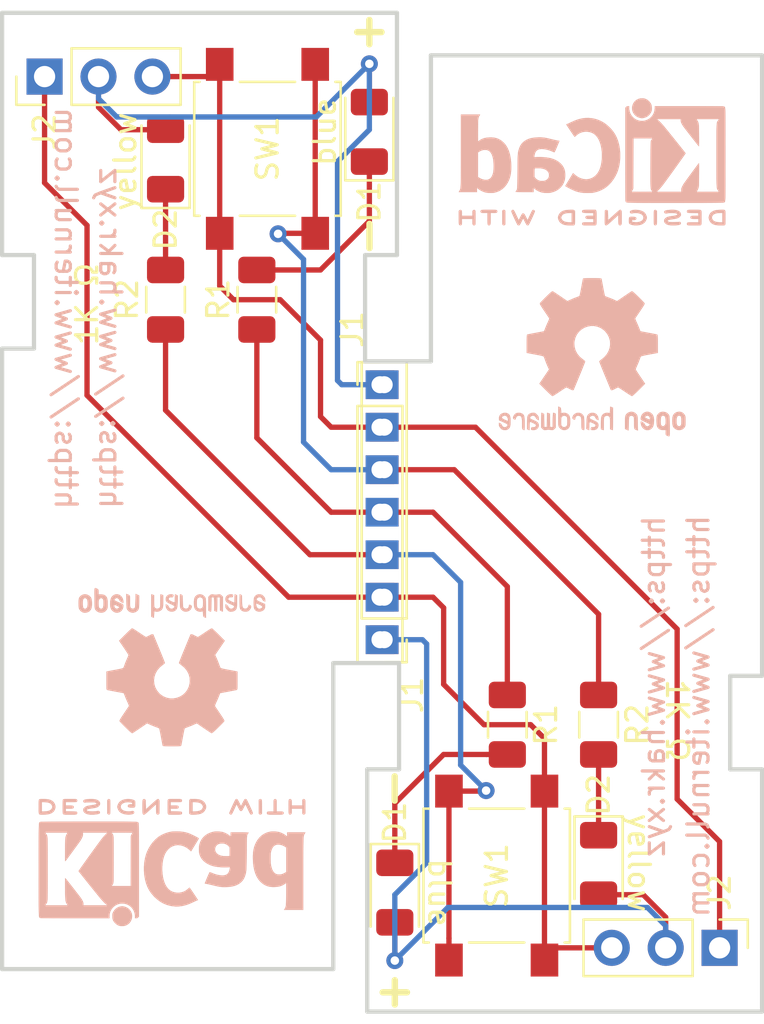
<source format=kicad_pcb>
(kicad_pcb (version 20171130) (host pcbnew "(5.0.1)-4")
  (layers (0 F.Cu signal) (31 B.Cu signal) (34 B.Paste user) (35 F.Paste user) (36 B.SilkS user) (37 F.SilkS user) (38 B.Mask user) (39 F.Mask user) (44 Edge.Cuts user))
  (net 0 "")
  (net 1 "Net-(D1-Pad1)")
  (net 2 VCC)
  (net 3 "Net-(D2-Pad1)")
  (net 4 GND)
  (net 5 "Net-(J1-Pad3)")
  (net 6 "Net-(J1-Pad4)")
  (net 7 "Net-(J1-Pad5)")
  (net 8 "Net-(J1-Pad6)")
  (net 9 "Net-(J1-Pad7)")
  (module Connector_PinHeader_2.00mm:PinHeader_1x07_P2.00mm_Vertical (layer F.Cu) (at 144 99.5 180)
    (fp_text reference J1 (at -1.3 -2.6 270) (layer F.SilkS))
    (fp_text value Conn_01x07)
    (pad 7 thru_hole rect (at 0 12 180) (size 1.35 1.35) (drill 0.8) (layers *.Cu *.Mask))
    (pad 6 thru_hole rect (at 0 10 180) (size 1.35 1.35) (drill 0.8) (layers *.Cu *.Mask))
    (pad 5 thru_hole rect (at 0 8 180) (size 1.35 1.35) (drill 0.8) (layers *.Cu *.Mask))
    (pad 4 thru_hole rect (at 0 6 180) (size 1.35 1.35) (drill 0.8) (layers *.Cu *.Mask))
    (pad 3 thru_hole rect (at 0 4 180) (size 1.35 1.35) (drill 0.8) (layers *.Cu *.Mask))
    (pad 2 thru_hole rect (at 0 2 180) (size 1.35 1.35) (drill 0.8) (layers *.Cu *.Mask))
    (pad 1 thru_hole rect (at 0 0 180) (size 1.35 1.35) (drill 0.8) (layers *.Cu *.Mask))
  )
  (module Resistor_SMD:R_1206_3216Metric (layer F.Cu) (at 154.1 103.5 270)
    (fp_text reference R2 (at 0 -1.82 270) (layer F.SilkS))
    (fp_text value 1K)
    (pad 1 smd roundrect (at -1.4 0 270) (size 1.25 1.75) (layers F.Cu F.Paste F.Mask) (roundrect_rratio 0.2))
    (pad 2 smd roundrect (at 1.4 0 270) (size 1.25 1.75) (layers F.Cu F.Paste F.Mask) (roundrect_rratio 0.2))
  )
  (module Symbol:OSHW-Logo2_9.8x8mm_SilkScreen (layer B.Cu) (at 153.8 86.2 180)
    (fp_text reference REF** hide)
    (fp_text value OSHW-Logo2_9.8x8mm_SilkScreen hide)
  )
  (module Button_Switch_SMD:SW_SPST_B3S-1000 (layer F.Cu) (at 149.3 110.6 270)
    (fp_text reference SW1 (at 0 0 270) (layer F.SilkS))
    (fp_text value SW_Push)
    (pad 2 smd rect (at 3.975 2.25 270) (size 1.55 1.3) (layers F.Cu F.Paste F.Mask))
    (pad 2 smd rect (at -3.975 2.25 270) (size 1.55 1.3) (layers F.Cu F.Paste F.Mask))
    (pad 1 smd rect (at 3.975 -2.25 270) (size 1.55 1.3) (layers F.Cu F.Paste F.Mask))
    (pad 1 smd rect (at -3.975 -2.25 270) (size 1.55 1.3) (layers F.Cu F.Paste F.Mask))
  )
  (module Symbol:KiCad-Logo2_6mm_SilkScreen (layer B.Cu) (at 153.8 77 180)
    (fp_text reference REF** hide)
    (fp_text value KiCad-Logo2_6mm_SilkScreen hide)
  )
  (module Resistor_SMD:R_1206_3216Metric (layer F.Cu) (at 149.8 103.5 270)
    (fp_text reference R1 (at 0 -1.82 270) (layer F.SilkS))
    (fp_text value 1K)
    (pad 2 smd roundrect (at 1.4 0 270) (size 1.25 1.75) (layers F.Cu F.Paste F.Mask) (roundrect_rratio 0.2))
    (pad 1 smd roundrect (at -1.4 0 270) (size 1.25 1.75) (layers F.Cu F.Paste F.Mask) (roundrect_rratio 0.2))
  )
  (module Connector_PinHeader_2.54mm:PinHeader_1x03_P2.54mm_Vertical (layer F.Cu) (at 159.8 114 270)
    (fp_text reference J2 (at -2.6 0 90) (layer F.SilkS))
    (fp_text value Conn_01x03)
    (pad 3 thru_hole oval (at 0 5.08 270) (size 1.7 1.7) (drill 1) (layers *.Cu *.Mask))
    (pad 2 thru_hole oval (at 0 2.54 270) (size 1.7 1.7) (drill 1) (layers *.Cu *.Mask))
    (pad 1 thru_hole rect (at 0 0 270) (size 1.7 1.7) (drill 1) (layers *.Cu *.Mask))
  )
  (module LED_SMD:LED_1206_3216Metric (layer F.Cu) (at 154.1 110.1 270)
    (fp_text reference D2 (at -3.3 0 270) (layer F.SilkS))
    (fp_text value LED_yellow)
    (pad 1 smd roundrect (at -1.4 0 270) (size 1.25 1.75) (layers F.Cu F.Paste F.Mask) (roundrect_rratio 0.2))
    (pad 2 smd roundrect (at 1.4 0 270) (size 1.25 1.75) (layers F.Cu F.Paste F.Mask) (roundrect_rratio 0.2))
  )
  (module LED_SMD:LED_1206_3216Metric (layer F.Cu) (at 144.5 111.4 270)
    (fp_text reference D1 (at -3.3 0 270) (layer F.SilkS))
    (fp_text value LED_blue)
    (pad 2 smd roundrect (at 1.4 0 270) (size 1.25 1.75) (layers F.Cu F.Paste F.Mask) (roundrect_rratio 0.2))
    (pad 1 smd roundrect (at -1.4 0 270) (size 1.25 1.75) (layers F.Cu F.Paste F.Mask) (roundrect_rratio 0.2))
  )
  (module Button_Switch_SMD:SW_SPST_B3S-1000 (layer F.Cu) (at 138.5 76.4 90)
    (fp_text reference SW1 (at 0 0 90) (layer F.SilkS))
    (fp_text value SW_Push)
    (pad 1 smd rect (at -3.975 -2.25 90) (size 1.55 1.3) (layers F.Cu F.Paste F.Mask) (net 4 GND))
    (pad 1 smd rect (at 3.975 -2.25 90) (size 1.55 1.3) (layers F.Cu F.Paste F.Mask) (net 4 GND))
    (pad 2 smd rect (at -3.975 2.25 90) (size 1.55 1.3) (layers F.Cu F.Paste F.Mask) (net 5 "Net-(J1-Pad3)"))
    (pad 2 smd rect (at 3.975 2.25 90) (size 1.55 1.3) (layers F.Cu F.Paste F.Mask) (net 5 "Net-(J1-Pad3)"))
  )
  (module LED_SMD:LED_1206_3216Metric (layer F.Cu) (at 143.3 75.6 90)
    (fp_text reference D1 (at -3.3 0 90) (layer F.SilkS))
    (fp_text value LED_blue)
    (pad 1 smd roundrect (at -1.4 0 90) (size 1.25 1.75) (layers F.Cu F.Paste F.Mask) (roundrect_rratio 0.2) (net 1 "Net-(D1-Pad1)"))
    (pad 2 smd roundrect (at 1.4 0 90) (size 1.25 1.75) (layers F.Cu F.Paste F.Mask) (roundrect_rratio 0.2) (net 2 VCC))
  )
  (module LED_SMD:LED_1206_3216Metric (layer F.Cu) (at 133.7 76.9 90)
    (fp_text reference D2 (at -3.3 0 90) (layer F.SilkS))
    (fp_text value LED_yellow)
    (pad 2 smd roundrect (at 1.4 0 90) (size 1.25 1.75) (layers F.Cu F.Paste F.Mask) (roundrect_rratio 0.2) (net 2 VCC))
    (pad 1 smd roundrect (at -1.4 0 90) (size 1.25 1.75) (layers F.Cu F.Paste F.Mask) (roundrect_rratio 0.2) (net 3 "Net-(D2-Pad1)"))
  )
  (module Connector_PinHeader_2.54mm:PinHeader_1x03_P2.54mm_Vertical (layer F.Cu) (at 128 73 90)
    (fp_text reference J2 (at -2.6 0 270) (layer F.SilkS))
    (fp_text value Conn_01x03)
    (pad 1 thru_hole rect (at 0 0 90) (size 1.7 1.7) (drill 1) (layers *.Cu *.Mask) (net 8 "Net-(J1-Pad6)"))
    (pad 2 thru_hole oval (at 0 2.54 90) (size 1.7 1.7) (drill 1) (layers *.Cu *.Mask) (net 2 VCC))
    (pad 3 thru_hole oval (at 0 5.08 90) (size 1.7 1.7) (drill 1) (layers *.Cu *.Mask) (net 4 GND))
  )
  (module Resistor_SMD:R_1206_3216Metric (layer F.Cu) (at 138 83.5 90)
    (fp_text reference R1 (at 0 -1.82 90) (layer F.SilkS))
    (fp_text value 1K)
    (pad 1 smd roundrect (at -1.4 0 90) (size 1.25 1.75) (layers F.Cu F.Paste F.Mask) (roundrect_rratio 0.2) (net 6 "Net-(J1-Pad4)"))
    (pad 2 smd roundrect (at 1.4 0 90) (size 1.25 1.75) (layers F.Cu F.Paste F.Mask) (roundrect_rratio 0.2) (net 1 "Net-(D1-Pad1)"))
  )
  (module Resistor_SMD:R_1206_3216Metric (layer F.Cu) (at 133.7 83.5 90)
    (fp_text reference R2 (at 0 -1.82 90) (layer F.SilkS))
    (fp_text value 1K)
    (pad 2 smd roundrect (at 1.4 0 90) (size 1.25 1.75) (layers F.Cu F.Paste F.Mask) (roundrect_rratio 0.2) (net 3 "Net-(D2-Pad1)"))
    (pad 1 smd roundrect (at -1.4 0 90) (size 1.25 1.75) (layers F.Cu F.Paste F.Mask) (roundrect_rratio 0.2) (net 7 "Net-(J1-Pad5)"))
  )
  (module Connector_PinHeader_2.00mm:PinHeader_1x07_P2.00mm_Vertical (layer F.Cu) (at 143.8 87.5)
    (fp_text reference J1 (at -1.3 -2.6 90) (layer F.SilkS))
    (fp_text value Conn_01x07)
    (pad 1 thru_hole rect (at 0 0) (size 1.35 1.35) (drill 0.8) (layers *.Cu *.Mask) (net 2 VCC))
    (pad 2 thru_hole rect (at 0 2) (size 1.35 1.35) (drill 0.8) (layers *.Cu *.Mask) (net 4 GND))
    (pad 3 thru_hole rect (at 0 4) (size 1.35 1.35) (drill 0.8) (layers *.Cu *.Mask) (net 5 "Net-(J1-Pad3)"))
    (pad 4 thru_hole rect (at 0 6) (size 1.35 1.35) (drill 0.8) (layers *.Cu *.Mask) (net 6 "Net-(J1-Pad4)"))
    (pad 5 thru_hole rect (at 0 8) (size 1.35 1.35) (drill 0.8) (layers *.Cu *.Mask) (net 7 "Net-(J1-Pad5)"))
    (pad 6 thru_hole rect (at 0 10) (size 1.35 1.35) (drill 0.8) (layers *.Cu *.Mask) (net 8 "Net-(J1-Pad6)"))
    (pad 7 thru_hole rect (at 0 12) (size 1.35 1.35) (drill 0.8) (layers *.Cu *.Mask) (net 9 "Net-(J1-Pad7)"))
  )
  (module Symbol:KiCad-Logo2_6mm_SilkScreen (layer B.Cu) (at 134 110)
    (fp_text reference REF** hide)
    (fp_text value KiCad-Logo2_6mm_SilkScreen hide)
  )
  (module Symbol:OSHW-Logo2_9.8x8mm_SilkScreen (layer B.Cu) (at 134 100.8)
    (fp_text reference REF** hide)
    (fp_text value OSHW-Logo2_9.8x8mm_SilkScreen hide)
  )
  (gr_line (start 143.1 86.4) (end 146.2 86.4) (layer Edge.Cuts) (width 0.2))
  (gr_line (start 141.6 100.6) (end 144.7 100.6) (layer Edge.Cuts) (width 0.2))
  (gr_line (start 144.7 105.6) (end 144.7 100.6) (layer Edge.Cuts) (width 0.2))
  (gr_line (start 161.8 101.2) (end 161.8 72) (layer Edge.Cuts) (width 0.2))
  (gr_line (start 161.8 72) (end 146.2 72) (layer Edge.Cuts) (width 0.2))
  (gr_line (start 160.3 101.2) (end 161.8 101.2) (layer Edge.Cuts) (width 0.2))
  (gr_line (start 160.3 105.6) (end 160.3 101.2) (layer Edge.Cuts) (width 0.2))
  (gr_line (start 143.2 105.6) (end 144.7 105.6) (layer Edge.Cuts) (width 0.2))
  (gr_line (start 161.8 117) (end 161.8 105.6) (layer Edge.Cuts) (width 0.2))
  (gr_line (start 161.8 105.6) (end 160.3 105.6) (layer Edge.Cuts) (width 0.2))
  (gr_line (start 161.8 117) (end 143.2 117) (layer Edge.Cuts) (width 0.2))
  (gr_line (start 143.2 117) (end 143.2 105.6) (layer Edge.Cuts) (width 0.2))
  (gr_text "1K Ω" (at 157.8 103.3 270) (layer F.SilkS) (effects (font (size 1 1))))
  (gr_text https://www.hakr.xyz (at 156.7 101.7 90) (layer B.SilkS) (effects (font (size 1 1)) (justify mirror)))
  (gr_text blue (at 146.6 111.4 270) (layer F.SilkS) (effects (font (size 1 1))))
  (gr_text https://www.iternull.com (at 158.8 103.1 90) (layer B.SilkS) (effects (font (size 1 1)) (justify mirror)))
  (gr_text - (at 144.6 106.5 270) (layer F.SilkS) (effects (font (size 1.5 1.5) (thickness 0.3))))
  (gr_text yellow (at 156 110 270) (layer F.SilkS) (effects (font (size 1 1))))
  (gr_text + (at 144.5 116.2 180) (layer F.SilkS) (effects (font (size 1.5 1.5) (thickness 0.3))))
  (gr_line (start 146.2 72) (end 146.2 86.4) (layer Edge.Cuts) (width 0.2))
  (gr_text yellow (at 131.8 77 90) (layer F.SilkS) (effects (font (size 1 1))))
  (gr_text blue (at 141.2 75.6 90) (layer F.SilkS) (effects (font (size 1 1))))
  (gr_text https://www.hakr.xyz (at 131.1 85.3 270) (layer B.SilkS) (effects (font (size 1 1)) (justify mirror)))
  (gr_text https://www.iternull.com (at 129 83.9 270) (layer B.SilkS) (effects (font (size 1 1)) (justify mirror)))
  (gr_text "1K Ω" (at 130 83.7 90) (layer F.SilkS) (effects (font (size 1 1))))
  (gr_text + (at 143.3 70.8) (layer F.SilkS) (effects (font (size 1.5 1.5) (thickness 0.3))))
  (gr_text - (at 143.2 80.5 90) (layer F.SilkS) (effects (font (size 1.5 1.5) (thickness 0.3))))
  (gr_line (start 141.6 115) (end 141.6 100.6) (layer Edge.Cuts) (width 0.2))
  (gr_line (start 126 115) (end 141.6 115) (layer Edge.Cuts) (width 0.2))
  (gr_line (start 127.5 85.8) (end 126 85.8) (layer Edge.Cuts) (width 0.2))
  (gr_line (start 127.5 81.4) (end 127.5 85.8) (layer Edge.Cuts) (width 0.2))
  (gr_line (start 126 81.4) (end 127.5 81.4) (layer Edge.Cuts) (width 0.2))
  (gr_line (start 126 85.8) (end 126 115) (layer Edge.Cuts) (width 0.2))
  (gr_line (start 126 70) (end 126 81.4) (layer Edge.Cuts) (width 0.2))
  (gr_line (start 143.1 81.4) (end 143.1 86.4) (layer Edge.Cuts) (width 0.2))
  (gr_line (start 144.6 81.4) (end 143.1 81.4) (layer Edge.Cuts) (width 0.2))
  (gr_line (start 144.6 70) (end 144.6 81.4) (layer Edge.Cuts) (width 0.2))
  (gr_line (start 126 70) (end 144.6 70) (layer Edge.Cuts) (width 0.2))
  (segment (start 144.5 107.2) (end 146.8 104.9) (width 0.25) (layer F.Cu) (net 0))
  (segment (start 146.8 104.9) (end 148.825 104.9) (width 0.25) (layer F.Cu) (net 0))
  (segment (start 144.5 110) (end 144.5 107.2) (width 0.25) (layer F.Cu) (net 0))
  (segment (start 148.825 104.9) (end 149.8 104.9) (width 0.25) (layer F.Cu) (net 0))
  (segment (start 145.8 99.5) (end 144.42501 99.5) (width 0.25) (layer B.Cu) (net 0))
  (segment (start 144.5 114.6) (end 144.5 112.8) (width 0.25) (layer F.Cu) (net 0))
  (segment (start 146 99.7) (end 146 110) (width 0.25) (layer B.Cu) (net 0))
  (segment (start 144.5 111.5) (end 144.5 114.6) (width 0.25) (layer B.Cu) (net 0))
  (segment (start 153.9 112.1) (end 153.9 112.1) (width 0.25) (layer F.Cu) (net 0))
  (segment (start 146 110) (end 144.5 111.5) (width 0.25) (layer B.Cu) (net 0))
  (segment (start 146 99.7) (end 145.8 99.5) (width 0.25) (layer B.Cu) (net 0))
  (segment (start 157.26 112.96) (end 157.26 114) (width 0.25) (layer B.Cu) (net 0))
  (segment (start 156.4 112.1) (end 157.26 112.96) (width 0.25) (layer B.Cu) (net 0))
  (segment (start 144.5 114.6) (end 147 112.1) (width 0.25) (layer B.Cu) (net 0))
  (segment (start 147 112.1) (end 156.4 112.1) (width 0.25) (layer B.Cu) (net 0))
  (via (at 144.5 114.6) (size 0.8) (drill 0.4) (layers F.Cu B.Cu) (net 0))
  (segment (start 157.26 114) (end 157.26 112.56) (width 0.25) (layer F.Cu) (net 0))
  (segment (start 157.26 112.56) (end 156.2 111.5) (width 0.25) (layer F.Cu) (net 0))
  (segment (start 156.2 111.5) (end 154.1 111.5) (width 0.25) (layer F.Cu) (net 0))
  (segment (start 154.1 108.7) (end 154.1 104.9) (width 0.25) (layer F.Cu) (net 0))
  (segment (start 150.9 103.5) (end 148.7 103.5) (width 0.25) (layer F.Cu) (net 0))
  (segment (start 152.125 114) (end 151.55 114.575) (width 0.25) (layer F.Cu) (net 0))
  (segment (start 146.8 98) (end 146.3 97.5) (width 0.25) (layer F.Cu) (net 0))
  (segment (start 148.7 103.5) (end 146.8 101.6) (width 0.25) (layer F.Cu) (net 0))
  (segment (start 151.7 114.8) (end 151.3 115.2) (width 0.25) (layer F.Cu) (net 0))
  (segment (start 151.55 114.575) (end 151.55 106.625) (width 0.25) (layer F.Cu) (net 0))
  (segment (start 146.8 101.6) (end 146.8 98) (width 0.25) (layer F.Cu) (net 0))
  (segment (start 146.3 97.5) (end 144.42501 97.5) (width 0.25) (layer F.Cu) (net 0))
  (segment (start 151.55 104.15) (end 150.9 103.5) (width 0.25) (layer F.Cu) (net 0))
  (segment (start 151.55 106.625) (end 151.55 104.15) (width 0.25) (layer F.Cu) (net 0))
  (segment (start 154.72 114) (end 152.125 114) (width 0.25) (layer F.Cu) (net 0))
  (via (at 148.8 106.6) (size 0.8) (drill 0.4) (layers F.Cu B.Cu) (net 0))
  (segment (start 146.3 95.5) (end 144.42501 95.5) (width 0.25) (layer B.Cu) (net 0))
  (segment (start 147.05 114.575) (end 147.05 113.55) (width 0.25) (layer F.Cu) (net 0))
  (segment (start 147.05 113.55) (end 147.05 106.625) (width 0.25) (layer F.Cu) (net 0))
  (segment (start 147.05 106.625) (end 148.775 106.625) (width 0.25) (layer F.Cu) (net 0))
  (segment (start 148.775 106.625) (end 148.8 106.6) (width 0.25) (layer F.Cu) (net 0))
  (segment (start 147.6 105.4) (end 147.6 96.8) (width 0.25) (layer B.Cu) (net 0))
  (segment (start 147.6 96.8) (end 146.3 95.5) (width 0.25) (layer B.Cu) (net 0))
  (segment (start 148.8 106.6) (end 147.6 105.4) (width 0.25) (layer B.Cu) (net 0))
  (segment (start 149.8 97) (end 146.3 93.5) (width 0.25) (layer F.Cu) (net 0))
  (segment (start 146.3 93.5) (end 144.42501 93.5) (width 0.25) (layer F.Cu) (net 0))
  (segment (start 149.8 102.1) (end 149.8 97) (width 0.25) (layer F.Cu) (net 0))
  (segment (start 147.3 91.5) (end 144.42501 91.5) (width 0.25) (layer F.Cu) (net 0))
  (segment (start 154.1 98.3) (end 147.3 91.5) (width 0.25) (layer F.Cu) (net 0))
  (segment (start 154.1 102.1) (end 154.1 98.3) (width 0.25) (layer F.Cu) (net 0))
  (segment (start 157.8 107) (end 157.8 99) (width 0.25) (layer F.Cu) (net 0))
  (segment (start 157.8 99) (end 148.3 89.5) (width 0.25) (layer F.Cu) (net 0))
  (segment (start 159.8 114) (end 159.8 109) (width 0.25) (layer F.Cu) (net 0))
  (segment (start 159.8 109) (end 157.8 107) (width 0.25) (layer F.Cu) (net 0))
  (segment (start 148.3 89.5) (end 144.42501 89.5) (width 0.25) (layer F.Cu) (net 0))
  (segment (start 138.975 82.1) (end 138 82.1) (width 0.25) (layer F.Cu) (net 1))
  (segment (start 141 82.1) (end 138.975 82.1) (width 0.25) (layer F.Cu) (net 1))
  (segment (start 143.3 77) (end 143.3 79.8) (width 0.25) (layer F.Cu) (net 1))
  (segment (start 143.3 79.8) (end 141 82.1) (width 0.25) (layer F.Cu) (net 1))
  (segment (start 133.9 74.9) (end 133.9 74.9) (width 0.25) (layer F.Cu) (net 2))
  (via (at 143.3 72.4) (size 0.8) (drill 0.4) (layers F.Cu B.Cu) (net 2))
  (segment (start 141.8 87.3) (end 142 87.5) (width 0.25) (layer B.Cu) (net 2))
  (segment (start 142 87.5) (end 143.37499 87.5) (width 0.25) (layer B.Cu) (net 2))
  (segment (start 143.3 72.4) (end 143.3 74.2) (width 0.25) (layer F.Cu) (net 2))
  (segment (start 141.8 87.3) (end 141.8 77) (width 0.25) (layer B.Cu) (net 2))
  (segment (start 143.3 75.5) (end 143.3 72.4) (width 0.25) (layer B.Cu) (net 2))
  (segment (start 141.8 77) (end 143.3 75.5) (width 0.25) (layer B.Cu) (net 2))
  (segment (start 130.54 74.04) (end 130.54 73) (width 0.25) (layer B.Cu) (net 2))
  (segment (start 131.4 74.9) (end 130.54 74.04) (width 0.25) (layer B.Cu) (net 2))
  (segment (start 143.3 72.4) (end 140.8 74.9) (width 0.25) (layer B.Cu) (net 2))
  (segment (start 140.8 74.9) (end 131.4 74.9) (width 0.25) (layer B.Cu) (net 2))
  (segment (start 131.6 75.5) (end 133.7 75.5) (width 0.25) (layer F.Cu) (net 2))
  (segment (start 130.54 73) (end 130.54 74.44) (width 0.25) (layer F.Cu) (net 2))
  (segment (start 130.54 74.44) (end 131.6 75.5) (width 0.25) (layer F.Cu) (net 2))
  (segment (start 133.7 78.3) (end 133.7 82.1) (width 0.25) (layer F.Cu) (net 3))
  (segment (start 136.1 72.2) (end 136.5 71.8) (width 0.25) (layer F.Cu) (net 4))
  (segment (start 136.9 83.5) (end 139.1 83.5) (width 0.25) (layer F.Cu) (net 4))
  (segment (start 139.1 83.5) (end 141 85.4) (width 0.25) (layer F.Cu) (net 4))
  (segment (start 141 85.4) (end 141 89) (width 0.25) (layer F.Cu) (net 4))
  (segment (start 141 89) (end 141.5 89.5) (width 0.25) (layer F.Cu) (net 4))
  (segment (start 136.25 82.85) (end 136.9 83.5) (width 0.25) (layer F.Cu) (net 4))
  (segment (start 141.5 89.5) (end 143.37499 89.5) (width 0.25) (layer F.Cu) (net 4))
  (segment (start 135.675 73) (end 136.25 72.425) (width 0.25) (layer F.Cu) (net 4))
  (segment (start 133.08 73) (end 135.675 73) (width 0.25) (layer F.Cu) (net 4))
  (segment (start 136.25 72.425) (end 136.25 80.375) (width 0.25) (layer F.Cu) (net 4))
  (segment (start 136.25 80.375) (end 136.25 82.85) (width 0.25) (layer F.Cu) (net 4))
  (via (at 139 80.4) (size 0.8) (drill 0.4) (layers F.Cu B.Cu) (net 5))
  (segment (start 140.2 90.2) (end 141.5 91.5) (width 0.25) (layer B.Cu) (net 5))
  (segment (start 141.5 91.5) (end 143.37499 91.5) (width 0.25) (layer B.Cu) (net 5))
  (segment (start 140.75 73.45) (end 140.75 80.375) (width 0.25) (layer F.Cu) (net 5))
  (segment (start 140.75 72.425) (end 140.75 73.45) (width 0.25) (layer F.Cu) (net 5))
  (segment (start 139.025 80.375) (end 139 80.4) (width 0.25) (layer F.Cu) (net 5))
  (segment (start 140.75 80.375) (end 139.025 80.375) (width 0.25) (layer F.Cu) (net 5))
  (segment (start 139 80.4) (end 140.2 81.6) (width 0.25) (layer B.Cu) (net 5))
  (segment (start 140.2 81.6) (end 140.2 90.2) (width 0.25) (layer B.Cu) (net 5))
  (segment (start 138 84.9) (end 138 90) (width 0.25) (layer F.Cu) (net 6))
  (segment (start 138 90) (end 141.5 93.5) (width 0.25) (layer F.Cu) (net 6))
  (segment (start 141.5 93.5) (end 143.37499 93.5) (width 0.25) (layer F.Cu) (net 6))
  (segment (start 133.7 88.7) (end 140.5 95.5) (width 0.25) (layer F.Cu) (net 7))
  (segment (start 133.7 84.9) (end 133.7 88.7) (width 0.25) (layer F.Cu) (net 7))
  (segment (start 140.5 95.5) (end 143.37499 95.5) (width 0.25) (layer F.Cu) (net 7))
  (segment (start 130 88) (end 139.5 97.5) (width 0.25) (layer F.Cu) (net 8))
  (segment (start 130 80) (end 130 88) (width 0.25) (layer F.Cu) (net 8))
  (segment (start 128 78) (end 130 80) (width 0.25) (layer F.Cu) (net 8))
  (segment (start 139.5 97.5) (end 143.37499 97.5) (width 0.25) (layer F.Cu) (net 8))
  (segment (start 128 73) (end 128 78) (width 0.25) (layer F.Cu) (net 8))
)
</source>
